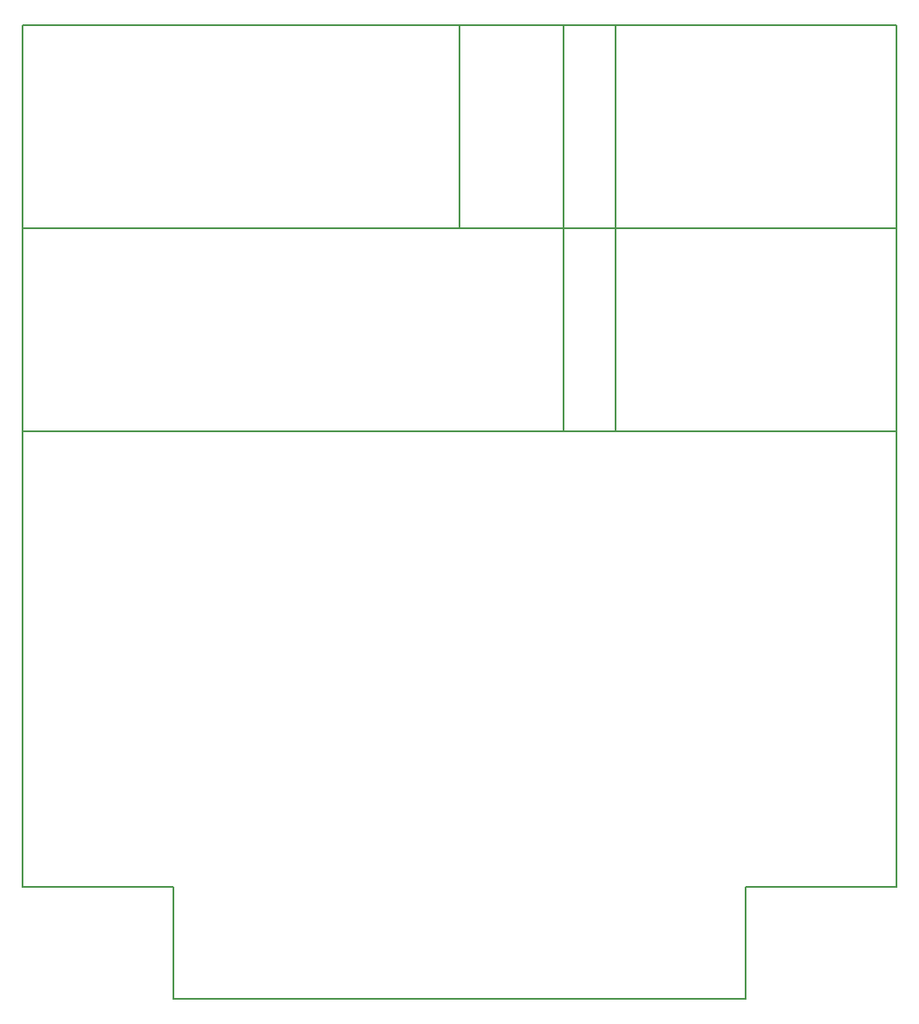
<source format=gbr>
G04 #@! TF.FileFunction,Profile,NP*
%FSLAX46Y46*%
G04 Gerber Fmt 4.6, Leading zero omitted, Abs format (unit mm)*
G04 Created by KiCad (PCBNEW 4.0.7) date 05/06/18 19:17:33*
%MOMM*%
%LPD*%
G01*
G04 APERTURE LIST*
%ADD10C,0.100000*%
%ADD11C,0.150000*%
G04 APERTURE END LIST*
D10*
D11*
X154940000Y-86360000D02*
X154940000Y-46736000D01*
X149860000Y-86360000D02*
X149860000Y-46736000D01*
X139700000Y-46736000D02*
X139700000Y-66548000D01*
X97028000Y-86360000D02*
X182372000Y-86360000D01*
X97028000Y-66548000D02*
X182372000Y-66548000D01*
X167640000Y-141732000D02*
X167640000Y-130810000D01*
X111760000Y-141732000D02*
X167640000Y-141732000D01*
X111760000Y-130810000D02*
X111760000Y-141732000D01*
X97028000Y-130810000D02*
X111760000Y-130810000D01*
X97028000Y-46736000D02*
X97028000Y-130810000D01*
X182372000Y-46736000D02*
X97028000Y-46736000D01*
X182372000Y-130810000D02*
X182372000Y-46736000D01*
X167640000Y-130810000D02*
X182372000Y-130810000D01*
M02*

</source>
